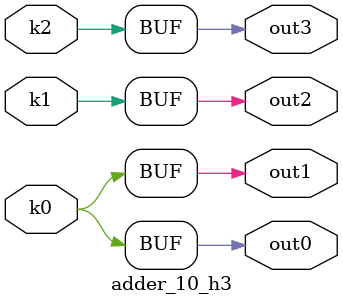
<source format=v>
module adder_10(pi0, pi1, pi2, pi3, pi4, pi5, pi6, po0, po1, po2, po3);
input pi0, pi1, pi2, pi3, pi4, pi5, pi6;
output po0, po1, po2, po3;
wire k0, k1, k2;
adder_10_w3 DUT1 (pi0, pi1, pi2, pi3, pi4, pi5, pi6, k0, k1, k2);
adder_10_h3 DUT2 (k0, k1, k2, po0, po1, po2, po3);
endmodule

module adder_10_w3(in0, in1, in2, in3, in4, in5, in6, k0, k1, k2);
input in0, in1, in2, in3, in4, in5, in6;
output k0, k1, k2;
assign k0 =   ((~in4 ^ in1) & ((((in6 & (in3 | ~in0)) | (in3 & ~in0)) & (in5 | in2)) | (in5 & in2))) | (((~in3 & in0) | (~in6 & (~in3 | in0))) & (~in5 | ~in2) & (in4 ^ in1)) | (~in5 & ~in2 & (in4 ^ in1));
assign k1 =   ((~in5 ^ in2) & ((in6 & (in3 | ~in0)) | (in3 & ~in0))) | (((~in3 & in0) | (~in6 & (~in3 | in0))) & (in5 ^ in2));
assign k2 =   in6 ? (in3 ^ in0) : (~in3 ^ in0);
endmodule

module adder_10_h3(k0, k1, k2, out0, out1, out2, out3);
input k0, k1, k2;
output out0, out1, out2, out3;
assign out0 = k0;
assign out1 = k0;
assign out2 = k1;
assign out3 = k2;
endmodule

</source>
